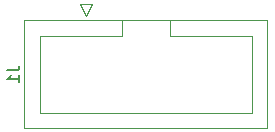
<source format=gbr>
%TF.GenerationSoftware,KiCad,Pcbnew,8.0.8*%
%TF.CreationDate,2025-04-07T15:23:35+02:00*%
%TF.ProjectId,tv25-btn+Rot,74763235-2d62-4746-9e2b-526f742e6b69,rev?*%
%TF.SameCoordinates,Original*%
%TF.FileFunction,Legend,Bot*%
%TF.FilePolarity,Positive*%
%FSLAX46Y46*%
G04 Gerber Fmt 4.6, Leading zero omitted, Abs format (unit mm)*
G04 Created by KiCad (PCBNEW 8.0.8) date 2025-04-07 15:23:35*
%MOMM*%
%LPD*%
G01*
G04 APERTURE LIST*
%ADD10C,0.150000*%
%ADD11C,0.120000*%
G04 APERTURE END LIST*
D10*
X168274819Y-46436666D02*
X168989104Y-46436666D01*
X168989104Y-46436666D02*
X169131961Y-46389047D01*
X169131961Y-46389047D02*
X169227200Y-46293809D01*
X169227200Y-46293809D02*
X169274819Y-46150952D01*
X169274819Y-46150952D02*
X169274819Y-46055714D01*
X169274819Y-47436666D02*
X169274819Y-46865238D01*
X169274819Y-47150952D02*
X168274819Y-47150952D01*
X168274819Y-47150952D02*
X168417676Y-47055714D01*
X168417676Y-47055714D02*
X168512914Y-46960476D01*
X168512914Y-46960476D02*
X168560533Y-46865238D01*
D11*
%TO.C,J1*%
X169710000Y-42210000D02*
X190290000Y-42210000D01*
X169710000Y-51330000D02*
X169710000Y-42210000D01*
X171010000Y-43520000D02*
X177950000Y-43520000D01*
X171010000Y-50020000D02*
X171010000Y-43520000D01*
X174420000Y-40820000D02*
X174920000Y-41820000D01*
X174920000Y-41820000D02*
X175420000Y-40820000D01*
X175420000Y-40820000D02*
X174420000Y-40820000D01*
X177950000Y-43520000D02*
X177950000Y-42210000D01*
X182050000Y-42210000D02*
X182050000Y-43520000D01*
X182050000Y-43520000D02*
X182050000Y-43520000D01*
X182050000Y-43520000D02*
X188990000Y-43520000D01*
X188990000Y-43520000D02*
X188990000Y-50020000D01*
X188990000Y-50020000D02*
X171010000Y-50020000D01*
X190290000Y-42210000D02*
X190290000Y-51330000D01*
X190290000Y-51330000D02*
X169710000Y-51330000D01*
%TD*%
M02*

</source>
